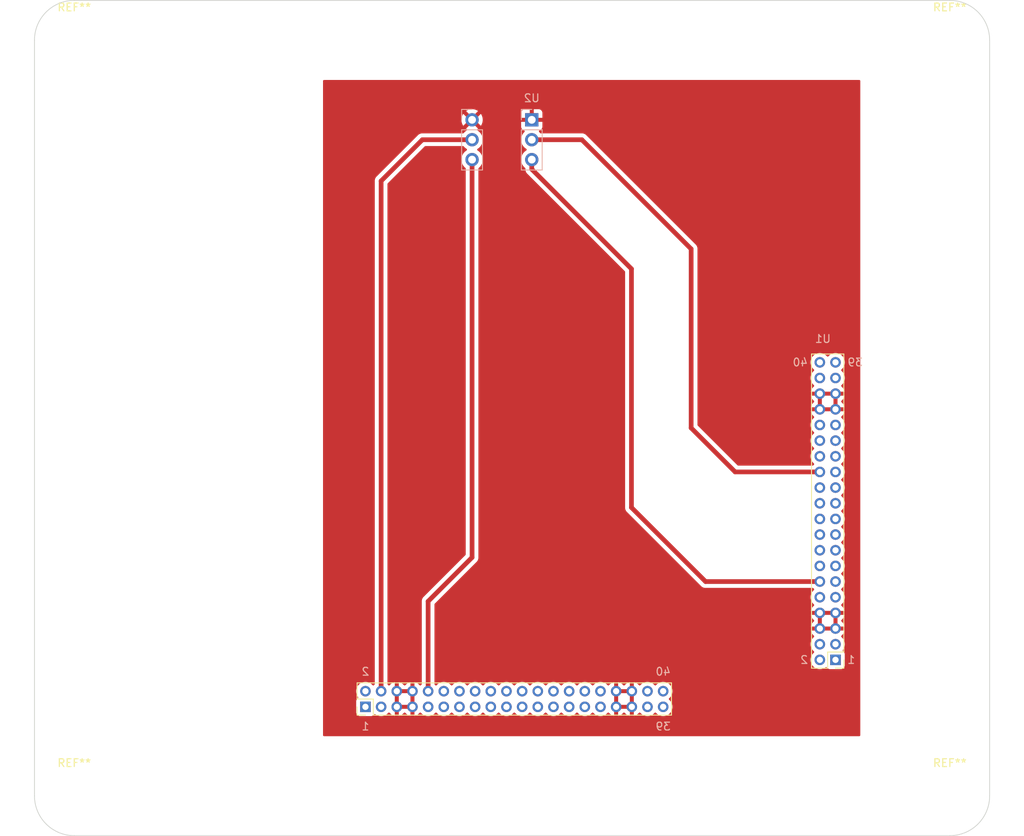
<source format=kicad_pcb>
(kicad_pcb (version 20211014) (generator pcbnew)
  (layers (0 "F.Cu" signal) (31 "B.Cu" signal) (34 "B.Paste" user) (35 "F.Paste" user) (36 "B.SilkS" user "B.Silkscreen") (37 "F.SilkS" user "F.Silkscreen") (38 "B.Mask" user) (39 "F.Mask" user) (44 "Edge.Cuts" user))
  (net 0 "")
  (net 1 "+5V")
  (net 2 "+3.3V")
  (net 3 "GND")
  (net 5 "Net-(U1-Pad10)")
  (net 7 "Net-(U1-Pad12)")
  (net 21 "Net-(U1-Pad26)")
  (footprint "MountingHole:MountingHole_3.2mm_M3" (layer "F.Cu") (at 180.34 25.4)
    (fp_text reference "REF**" (at 0 -4.2) (layer "F.SilkS"))
    (fp_text value "MountingHole_3.2mm_M3")
    (pad "" np_thru_hole circle (at 0 0) (size 3.2 3.2) (drill 3.2) (layers F&B.Cu *.Mask))
  )
  (footprint "MountingHole:MountingHole_3.2mm_M3" (layer "F.Cu") (at 180.34 121.92)
    (fp_text reference "REF**" (at 0 -4.2) (layer "F.SilkS"))
    (fp_text value "MountingHole_3.2mm_M3")
    (pad "" np_thru_hole circle (at 0 0) (size 3.2 3.2) (drill 3.2) (layers F&B.Cu *.Mask))
  )
  (footprint "MountingHole:MountingHole_3.2mm_M3" (layer "F.Cu") (at 68.58 25.4)
    (fp_text reference "REF**" (at 0 -4.2) (layer "F.SilkS"))
    (fp_text value "MountingHole_3.2mm_M3")
    (pad "" np_thru_hole circle (at 0 0) (size 3.2 3.2) (drill 3.2) (layers F&B.Cu *.Mask))
  )
  (footprint "MountingHole:MountingHole_3.2mm_M3" (layer "F.Cu") (at 68.58 121.92)
    (fp_text reference "REF**" (at 0 -4.2) (layer "F.SilkS"))
    (fp_text value "MountingHole_3.2mm_M3")
    (pad "" np_thru_hole circle (at 0 0) (size 3.2 3.2) (drill 3.2) (layers *.Cu *.Mask))
  )
  (footprint "MyFootprints:WT32-SC01" (layer "B.Cu") (at 165.746 66.548 180)
    (fp_text reference "U1" (at 1.61 3 unlocked) (layer "B.SilkS") (effects (justify mirror)))
    (fp_text value "WT32-SC01")
    (fp_text user "39" (at 22 -46.5 unlocked) (layer "B.SilkS") (effects (justify mirror)))
    (fp_text user "40" (at 4.5 0 unlocked) (layer "B.SilkS") (effects (justify mirror)))
    (fp_text user "39" (at -2.5 0 unlocked) (layer "B.SilkS") (effects (justify mirror)))
    (fp_text user "2" (at 4 -38 unlocked) (layer "B.SilkS") (effects (justify mirror)))
    (fp_text user "1" (at 60 -46.5 unlocked) (layer "B.SilkS") (effects (justify mirror)))
    (fp_text user "2" (at 60 -39.5 unlocked) (layer "B.SilkS") (effects (justify mirror)))
    (fp_text user "1" (at -2 -38 unlocked) (layer "B.SilkS") (effects (justify mirror)))
    (fp_text user "40" (at 22 -39.5 unlocked) (layer "B.SilkS") (effects (justify mirror)))
    (fp_line (start 61.06 -45.06) (end 61.06 -44) (layer "F.SilkS") (width 0.12))
    (fp_line (start 1 -37) (end 1 -39.06) (layer "F.SilkS") (width 0.12))
    (fp_line (start 61.06 -40.94) (end 20.94 -40.94) (layer "F.SilkS") (width 0.12))
    (fp_line (start -1.06 -37) (end 1 -37) (layer "F.SilkS") (width 0.12))
    (fp_line (start 61.06 -43) (end 61.06 -40.94) (layer "F.SilkS") (width 0.12))
    (fp_line (start -1.06 1.06) (end 3.06 1.06) (layer "F.SilkS") (width 0.12))
    (fp_line (start -1.06 -38) (end -1.06 -39.06) (layer "F.SilkS") (width 0.12))
    (fp_line (start 20.94 -45.06) (end 20.94 -40.94) (layer "F.SilkS") (width 0.12))
    (fp_line (start 60 -45.06) (end 61.06 -45.06) (layer "F.SilkS") (width 0.12))
    (fp_line (start 3.06 -39.06) (end 3.06 1.06) (layer "F.SilkS") (width 0.12))
    (fp_line (start 1 -39.06) (end 3.06 -39.06) (layer "F.SilkS") (width 0.12))
    (fp_line (start -1.06 -37) (end -1.06 1.06) (layer "F.SilkS") (width 0.12))
    (fp_line (start 59 -43) (end 61.06 -43) (layer "F.SilkS") (width 0.12))
    (fp_line (start 59 -45.06) (end 20.94 -45.06) (layer "F.SilkS") (width 0.12))
    (fp_line (start -1.06 -39.06) (end 0 -39.06) (layer "F.SilkS") (width 0.12))
    (fp_line (start 59 -45.06) (end 59 -43) (layer "F.SilkS") (width 0.12))
    (pad "1" thru_hole rect (at 60 -44 270) (size 1.35 1.35) (drill 0.8) (layers *.Cu *.Mask) (net 1 "+5V"))
    (pad "1" thru_hole rect (at 0 -38) (size 1.35 1.35) (drill 0.8) (layers *.Cu *.Mask) (net 1 "+5V"))
    (pad "2" thru_hole oval (at 2 -38) (size 1.35 1.35) (drill 0.8) (layers *.Cu *.Mask) (net 1 "+5V"))
    (pad "2" thru_hole oval (at 60 -42 270) (size 1.35 1.35) (drill 0.8) (layers *.Cu *.Mask) (net 1 "+5V"))
    (pad "3" thru_hole oval (at 0 -36) (size 1.35 1.35) (drill 0.8) (layers *.Cu *.Mask) (net 2 "+3.3V"))
    (pad "3" thru_hole oval (at 58 -44 270) (size 1.35 1.35) (drill 0.8) (layers *.Cu *.Mask) (net 2 "+3.3V"))
    (pad "4" thru_hole oval (at 2 -36) (size 1.35 1.35) (drill 0.8) (layers *.Cu *.Mask) (net 2 "+3.3V"))
    (pad "4" thru_hole oval (at 58 -42 270) (size 1.35 1.35) (drill 0.8) (layers *.Cu *.Mask) (net 2 "+3.3V"))
    (pad "5" thru_hole oval (at 56 -44 270) (size 1.35 1.35) (drill 0.8) (layers *.Cu *.Mask) (net 3 "GND"))
    (pad "5" thru_hole oval (at 0 -34) (size 1.35 1.35) (drill 0.8) (layers *.Cu *.Mask) (net 3 "GND"))
    (pad "6" thru_hole oval (at 56 -42 270) (size 1.35 1.35) (drill 0.8) (layers *.Cu *.Mask) (net 3 "GND"))
    (pad "6" thru_hole oval (at 2 -34) (size 1.35 1.35) (drill 0.8) (layers *.Cu *.Mask) (net 3 "GND"))
    (pad "7" thru_hole oval (at 54 -44 270) (size 1.35 1.35) (drill 0.8) (layers *.Cu *.Mask) (net 3 "GND"))
    (pad "7" thru_hole oval (at 0 -32) (size 1.35 1.35) (drill 0.8) (layers *.Cu *.Mask) (net 3 "GND"))
    (pad "8" thru_hole oval (at 2 -32) (size 1.35 1.35) (drill 0.8) (layers *.Cu *.Mask) (net 3 "GND"))
    (pad "8" thru_hole oval (at 54 -42 270) (size 1.35 1.35) (drill 0.8) (layers *.Cu *.Mask) (net 3 "GND"))
    (pad "9" thru_hole oval (at 0 -30) (size 1.35 1.35) (drill 0.8) (layers *.Cu *.Mask))
    (pad "9" thru_hole oval (at 52 -44 270) (size 1.35 1.35) (drill 0.8) (layers *.Cu *.Mask))
    (pad "10" thru_hole oval (at 52 -42 270) (size 1.35 1.35) (drill 0.8) (layers *.Cu *.Mask) (net 5 "Net-(U1-Pad10)"))
    (pad "10" thru_hole oval (at 2 -30) (size 1.35 1.35) (drill 0.8) (layers *.Cu *.Mask) (net 5 "Net-(U1-Pad10)"))
    (pad "11" thru_hole oval (at 0 -28) (size 1.35 1.35) (drill 0.8) (layers *.Cu *.Mask))
    (pad "11" thru_hole oval (at 50 -44 270) (size 1.35 1.35) (drill 0.8) (layers *.Cu *.Mask))
    (pad "12" thru_hole oval (at 50 -42 270) (size 1.35 1.35) (drill 0.8) (layers *.Cu *.Mask) (net 7 "Net-(U1-Pad12)"))
    (pad "12" thru_hole oval (at 2 -28) (size 1.35 1.35) (drill 0.8) (layers *.Cu *.Mask) (net 7 "Net-(U1-Pad12)"))
    (pad "13" thru_hole oval (at 0 -26) (size 1.35 1.35) (drill 0.8) (layers *.Cu *.Mask))
    (pad "13" thru_hole oval (at 48 -44 270) (size 1.35 1.35) (drill 0.8) (layers *.Cu *.Mask))
    (pad "14" thru_hole oval (at 2 -26) (size 1.35 1.35) (drill 0.8) (layers *.Cu *.Mask))
    (pad "14" thru_hole oval (at 48 -42 270) (size 1.35 1.35) (drill 0.8) (layers *.Cu *.Mask))
    (pad "15" thru_hole oval (at 0 -24) (size 1.35 1.35) (drill 0.8) (layers *.Cu *.Mask))
    (pad "15" thru_hole oval (at 46 -44 270) (size 1.35 1.35) (drill 0.8) (layers *.Cu *.Mask))
    (pad "16" thru_hole oval (at 2 -24) (size 1.35 1.35) (drill 0.8) (layers *.Cu *.Mask))
    (pad "16" thru_hole oval (at 46 -42 270) (size 1.35 1.35) (drill 0.8) (layers *.Cu *.Mask))
    (pad "17" thru_hole oval (at 44 -44 270) (size 1.35 1.35) (drill 0.8) (layers *.Cu *.Mask))
    (pad "17" thru_hole oval (at 0 -22) (size 1.35 1.35) (drill 0.8) (layers *.Cu *.Mask))
    (pad "18" thru_hole oval (at 2 -22) (size 1.35 1.35) (drill 0.8) (layers *.Cu *.Mask))
    (pad "18" thru_hole oval (at 44 -42 270) (size 1.35 1.35) (drill 0.8) (layers *.Cu *.Mask))
    (pad "19" thru_hole oval (at 42 -44 270) (size 1.35 1.35) (drill 0.8) (layers *.Cu *.Mask))
    (pad "19" thru_hole oval (at 0 -20) (size 1.35 1.35) (drill 0.8) (layers *.Cu *.Mask))
    (pad "20" thru_hole oval (at 42 -42 270) (size 1.35 1.35) (drill 0.8) (layers *.Cu *.Mask))
    (pad "20" thru_hole oval (at 2 -20) (size 1.35 1.35) (drill 0.8) (layers *.Cu *.Mask))
    (pad "21" thru_hole oval (at 40 -44 270) (size 1.35 1.35) (drill 0.8) (layers *.Cu *.Mask))
    (pad "21" thru_hole oval (at 0 -18) (size 1.35 1.35) (drill 0.8) (layers *.Cu *.Mask))
    (pad "22" thru_hole oval (at 2 -18) (size 1.35 1.35) (drill 0.8) (layers *.Cu *.Mask))
    (pad "22" thru_hole oval (at 40 -42 270) (size 1.35 1.35) (drill 0.8) (layers *.Cu *.Mask))
    (pad "23" thru_hole oval (at 0 -16) (size 1.35 1.35) (drill 0.8) (layers *.Cu *.Mask))
    (pad "23" thru_hole oval (at 38 -44 270) (size 1.35 1.35) (drill 0.8) (layers *.Cu *.Mask))
    (pad "24" thru_hole oval (at 38 -42 270) (size 1.35 1.35) (drill 0.8) (layers *.Cu *.Mask))
    (pad "24" thru_hole oval (at 2 -16) (size 1.35 1.35) (drill 0.8) (layers *.Cu *.Mask))
    (pad "25" thru_hole oval (at 0 -14) (size 1.35 1.35) (drill 0.8) (layers *.Cu *.Mask))
    (pad "25" thru_hole oval (at 36 -44 270) (size 1.35 1.35) (drill 0.8) (layers *.Cu *.Mask))
    (pad "26" thru_hole oval (at 2 -14) (size 1.35 1.35) (drill 0.8) (layers *.Cu *.Mask) (net 21 "Net-(U1-Pad26)"))
    (pad "26" thru_hole oval (at 36 -42 270) (size 1.35 1.35) (drill 0.8) (layers *.Cu *.Mask) (net 21 "Net-(U1-Pad26)"))
    (pad "27" thru_hole oval (at 0 -12) (size 1.35 1.35) (drill 0.8) (layers *.Cu *.Mask))
    (pad "27" thru_hole oval (at 34 -44 270) (size 1.35 1.35) (drill 0.8) (layers *.Cu *.Mask))
    (pad "28" thru_hole oval (at 34 -42 270) (size 1.35 1.35) (drill 0.8) (layers *.Cu *.Mask))
    (pad "28" thru_hole oval (at 2 -12) (size 1.35 1.35) (drill 0.8) (layers *.Cu *.Mask))
    (pad "29" thru_hole oval (at 32 -44 270) (size 1.35 1.35) (drill 0.8) (layers *.Cu *.Mask))
    (pad "29" thru_hole oval (at 0 -10) (size 1.35 1.35) (drill 0.8) (layers *.Cu *.Mask))
    (pad "30" thru_hole oval (at 2 -10) (size 1.35 1.35) (drill 0.8) (layers *.Cu *.Mask))
    (pad "30" thru_hole oval (at 32 -42 270) (size 1.35 1.35) (drill 0.8) (layers *.Cu *.Mask))
    (pad "31" thru_hole oval (at 30 -44 270) (size 1.35 1.35) (drill 0.8) (layers *.Cu *.Mask))
    (pad "31" thru_hole oval (at 0 -8) (size 1.35 1.35) (drill 0.8) (layers *.Cu *.Mask))
    (pad "32" thru_hole oval (at 30 -42 270) (size 1.35 1.35) (drill 0.8) (layers *.Cu *.Mask))
    (pad "32" thru_hole oval (at 2 -8) (size 1.35 1.35) (drill 0.8) (layers *.Cu *.Mask))
    (pad "33" thru_hole oval (at 0 -6) (size 1.35 1.35) (drill 0.8) (layers *.Cu *.Mask) (net 3 "GND"))
    (pad "33" thru_hole oval (at 28 -44 270) (size 1.35 1.35) (drill 0.8) (layers *.Cu *.Mask) (net 3 "GND"))
    (pad "34" thru_hole oval (at 28 -42 270) (size 1.35 1.35) (drill 0.8) (layers *.Cu *.Mask) (net 3 "GND"))
    (pad "34" thru_hole oval (at 2 -6) (size 1.35 1.35) (drill 0.8) (layers *.Cu *.Mask) (net 3 "GND"))
    (pad "35" thru_hole oval (at 0 -4) (size 1.35 1.35) (drill 0.8) (layers *.Cu *.Mask) (net 3 "GND"))
    (pad "35" thru_hole oval (at 26 -44 270) (size 1.35 1.35) (drill 0.8) (layers *.Cu *.Mask) (net 3 "GND"))
    (pad "36" thru_hole oval (at 2 -4) (size 1.35 1.35) (drill 0.8) (layers *.Cu *.Mask) (net 3 "GND"))
    (pad "36" thru_hole oval (at 26 -42 270) (size 1.35 1.35) (drill 0.8) (layers *.Cu *.Mask) (net 3 "GND"))
    (pad "37" thru_hole oval (at 24 -44 270) (size 1.35 1.35) (drill 0.8) (layers *.Cu *.Mask) (net 2 "+3.3V"))
    (pad "37" thru_hole oval (at 0 -2) (size 1.35 1.35) (drill 0.8) (layers *.Cu *.Mask) (net 2 "+3.3V"))
    (pad "38" thru_hole oval (at 24 -42 270) (size 1.35 1.35) (drill 0.8) (layers *.Cu *.Mask) (net 2 "+3.3V"))
    (pad "38" thru_hole oval (at 2 -2) (size 1.35 1.35) (drill 0.8) (layers *.Cu *.Mask) (net 2 "+3.3V"))
    (pad "39" thru_hole oval (at 0 0) (size 1.35 1.35) (drill 0.8) (layers *.Cu *.Mask) (net 1 "+5V"))
    (pad "39" thru_hole oval (at 22 -44 270) (size 1.35 1.35) (drill 0.8) (layers *.Cu *.Mask) (net 1 "+5V"))
    (pad "40" thru_hole oval (at 22 -42 270) (size 1.35 1.35) (drill 0.8) (layers *.Cu *.Mask) (net 1 "+5V"))
    (pad "40" thru_hole oval (at 2 0) (size 1.35 1.35) (drill 0.8) (layers *.Cu *.Mask) (net 1 "+5V"))
  )
  (footprint "MyFootprints:INMP441_THT" (layer "B.Cu") (at 126.975 35.575 180)
    (fp_text reference "U2" (at 0 2.77) (layer "B.SilkS") (effects (justify mirror)))
    (fp_text value "INMP441")
    (fp_line (start 8.95 1.33) (end 8.95 0) (layer "B.SilkS") (width 0.12))
    (fp_line (start 7.62 1.33) (end 8.95 1.33) (layer "B.SilkS") (width 0.12))
    (fp_line (start -1.33 -1.27) (end -1.33 -6.41) (layer "B.SilkS") (width 0.12))
    (fp_line (start 8.95 -1.27) (end 8.95 -6.41) (layer "B.SilkS") (width 0.12))
    (fp_line (start 6.29 -6.41) (end 8.95 -6.41) (layer "B.SilkS") (width 0.12))
    (fp_line (start 6.29 -1.27) (end 8.95 -1.27) (layer "B.SilkS") (width 0.12))
    (fp_line (start 0 1.33) (end 1.33 1.33) (layer "B.SilkS") (width 0.12))
    (fp_line (start -1.33 -1.27) (end 1.33 -1.27) (layer "B.SilkS") (width 0.12))
    (fp_line (start 1.33 1.33) (end 1.33 0) (layer "B.SilkS") (width 0.12))
    (fp_line (start -1.33 -6.41) (end 1.33 -6.41) (layer "B.SilkS") (width 0.12))
    (fp_line (start 1.33 -1.27) (end 1.33 -6.41) (layer "B.SilkS") (width 0.12))
    (fp_line (start 6.29 -1.27) (end 6.29 -6.41) (layer "B.SilkS") (width 0.12))
    (pad "1" thru_hole rect (at 0 0 180) (size 1.7 1.7) (drill 1) (layers *.Cu *.Mask) (net 3 "GND"))
    (pad "2" thru_hole oval (at 0 -2.54 180) (size 1.7 1.7) (drill 1) (layers *.Cu *.Mask) (net 21 "Net-(U1-Pad26)"))
    (pad "3" thru_hole oval (at 0 -5.08 180) (size 1.7 1.7) (drill 1) (layers *.Cu *.Mask) (net 7 "Net-(U1-Pad12)"))
    (pad "4" thru_hole circle (at 7.62 0 180) (size 1.7 1.7) (drill 1) (layers *.Cu *.Mask) (net 3 "GND"))
    (pad "5" thru_hole oval (at 7.62 -2.54 180) (size 1.7 1.7) (drill 1) (layers *.Cu *.Mask) (net 2 "+3.3V"))
    (pad "6" thru_hole oval (at 7.62 -5.08 180) (size 1.7 1.7) (drill 1) (layers *.Cu *.Mask) (net 5 "Net-(U1-Pad10)"))
  )
  (gr_arc (start 63.5 25.4) (mid 64.987898 21.807898) (end 68.58 20.32) (layer "Edge.Cuts") (width 0.1))
  (gr_arc (start 185.42 121.92) (mid 183.932102 125.512102) (end 180.34 127) (layer "Edge.Cuts") (width 0.1))
  (gr_line (start 185.42 25.4) (end 185.42 121.92) (layer "Edge.Cuts") (width 0.1))
  (gr_line (start 68.58 20.32) (end 180.34 20.32) (layer "Edge.Cuts") (width 0.1))
  (gr_arc (start 68.58 127) (mid 64.987898 125.512102) (end 63.5 121.92) (layer "Edge.Cuts") (width 0.1))
  (gr_line (start 63.5 121.92) (end 63.5 25.4) (layer "Edge.Cuts") (width 0.1))
  (gr_arc (start 180.34 20.32) (mid 183.932102 21.807898) (end 185.42 25.4) (layer "Edge.Cuts") (width 0.1))
  (gr_line (start 180.34 127) (end 68.58 127) (layer "Edge.Cuts") (width 0.1))
  (segment (start 113.015 38.115) (end 107.746 43.384) (width 0.6) (layer "F.Cu") (net 2))
  (segment (start 107.746 43.384) (end 107.746 108.548) (width 0.6) (layer "F.Cu") (net 2))
  (segment (start 119.355 38.115) (end 113.015 38.115) (width 0.6) (layer "F.Cu") (net 2))
  (segment (start 119.355 91.465) (end 113.746 97.074) (width 0.6) (layer "F.Cu") (net 5))
  (segment (start 113.746 97.074) (end 113.746 108.548) (width 0.6) (layer "F.Cu") (net 5))
  (segment (start 119.355 40.655) (end 119.355 91.465) (width 0.6) (layer "F.Cu") (net 5))
  (segment (start 126.975 40.655) (end 126.975 41.885) (width 0.6) (layer "F.Cu") (net 7))
  (segment (start 139.7 85.09) (end 149.158 94.548) (width 0.6) (layer "F.Cu") (net 7))
  (segment (start 126.975 41.885) (end 139.7 54.61) (width 0.6) (layer "F.Cu") (net 7))
  (segment (start 149.158 94.548) (end 163.746 94.548) (width 0.6) (layer "F.Cu") (net 7))
  (segment (start 139.7 54.61) (end 139.7 85.09) (width 0.6) (layer "F.Cu") (net 7))
  (segment (start 133.365 38.115) (end 147.32 52.07) (width 0.6) (layer "F.Cu") (net 21))
  (segment (start 147.32 74.93) (end 152.938 80.548) (width 0.6) (layer "F.Cu") (net 21))
  (segment (start 126.975 38.115) (end 133.365 38.115) (width 0.6) (layer "F.Cu") (net 21))
  (segment (start 152.938 80.548) (end 163.746 80.548) (width 0.6) (layer "F.Cu") (net 21))
  (segment (start 147.32 52.07) (end 147.32 74.93) (width 0.6) (layer "F.Cu") (net 21))
  (zone (net 3) (net_name "GND") (layer "F.Cu") (connect_pads (clearance 0.508)) (min_thickness 0.254) (fill yes (thermal_gap 0.508) (thermal_bridge_width 0.508))
    (polygon (pts (xy 168.91 114.3) (xy 100.33 114.3) (xy 100.33 30.48) (xy 168.91 30.48)))
  )
)
</source>
